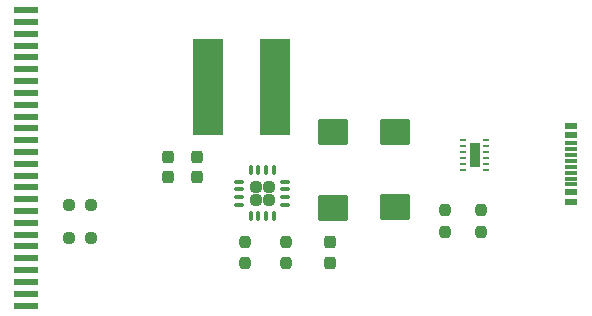
<source format=gbr>
%TF.GenerationSoftware,KiCad,Pcbnew,6.0.11+dfsg-1*%
%TF.CreationDate,2024-02-24T16:55:34-05:00*%
%TF.ProjectId,usb-c-expresscard,7573622d-632d-4657-9870-726573736361,rev?*%
%TF.SameCoordinates,Original*%
%TF.FileFunction,Paste,Top*%
%TF.FilePolarity,Positive*%
%FSLAX46Y46*%
G04 Gerber Fmt 4.6, Leading zero omitted, Abs format (unit mm)*
G04 Created by KiCad (PCBNEW 6.0.11+dfsg-1) date 2024-02-24 16:55:34*
%MOMM*%
%LPD*%
G01*
G04 APERTURE LIST*
G04 Aperture macros list*
%AMRoundRect*
0 Rectangle with rounded corners*
0 $1 Rounding radius*
0 $2 $3 $4 $5 $6 $7 $8 $9 X,Y pos of 4 corners*
0 Add a 4 corners polygon primitive as box body*
4,1,4,$2,$3,$4,$5,$6,$7,$8,$9,$2,$3,0*
0 Add four circle primitives for the rounded corners*
1,1,$1+$1,$2,$3*
1,1,$1+$1,$4,$5*
1,1,$1+$1,$6,$7*
1,1,$1+$1,$8,$9*
0 Add four rect primitives between the rounded corners*
20,1,$1+$1,$2,$3,$4,$5,0*
20,1,$1+$1,$4,$5,$6,$7,0*
20,1,$1+$1,$6,$7,$8,$9,0*
20,1,$1+$1,$8,$9,$2,$3,0*%
%AMFreePoly0*
4,1,5,1.000760,-0.247650,-1.000760,-0.247650,-1.000760,0.250190,1.000760,0.250190,1.000760,-0.247650,1.000760,-0.247650,$1*%
%AMFreePoly1*
4,1,5,1.000760,-0.248412,-1.000760,-0.248412,-1.000760,0.249428,1.000760,0.249428,1.000760,-0.248412,1.000760,-0.248412,$1*%
%AMFreePoly2*
4,1,5,1.000760,-0.249174,-1.000760,-0.249174,-1.000760,0.248666,1.000760,0.248666,1.000760,-0.249174,1.000760,-0.249174,$1*%
%AMFreePoly3*
4,1,5,1.000760,-0.249936,-1.000760,-0.249936,-1.000760,0.247904,1.000760,0.247904,1.000760,-0.249936,1.000760,-0.249936,$1*%
%AMFreePoly4*
4,1,5,1.000760,-0.248158,-1.000760,-0.248158,-1.000760,0.249682,1.000760,0.249682,1.000760,-0.248158,1.000760,-0.248158,$1*%
%AMFreePoly5*
4,1,5,1.000760,-0.248920,-1.000760,-0.248920,-1.000760,0.248920,1.000760,0.248920,1.000760,-0.248920,1.000760,-0.248920,$1*%
%AMFreePoly6*
4,1,5,1.000760,-0.249682,-1.000760,-0.249682,-1.000760,0.248158,1.000760,0.248158,1.000760,-0.249682,1.000760,-0.249682,$1*%
%AMFreePoly7*
4,1,5,1.000760,-0.247904,-1.000760,-0.247904,-1.000760,0.249936,1.000760,0.249936,1.000760,-0.247904,1.000760,-0.247904,$1*%
%AMFreePoly8*
4,1,5,1.000760,-0.248666,-1.000760,-0.248666,-1.000760,0.249174,1.000760,0.249174,1.000760,-0.248666,1.000760,-0.248666,$1*%
%AMFreePoly9*
4,1,5,1.000760,-0.249428,-1.000760,-0.249428,-1.000760,0.248412,1.000760,0.248412,1.000760,-0.249428,1.000760,-0.249428,$1*%
G04 Aperture macros list end*
%ADD10FreePoly0,180.000000*%
%ADD11FreePoly1,180.000000*%
%ADD12FreePoly2,180.000000*%
%ADD13FreePoly3,180.000000*%
%ADD14FreePoly4,180.000000*%
%ADD15FreePoly5,180.000000*%
%ADD16FreePoly6,180.000000*%
%ADD17FreePoly7,180.000000*%
%ADD18FreePoly8,180.000000*%
%ADD19FreePoly9,180.000000*%
%ADD20RoundRect,0.237500X-0.237500X0.300000X-0.237500X-0.300000X0.237500X-0.300000X0.237500X0.300000X0*%
%ADD21RoundRect,0.237500X0.250000X0.237500X-0.250000X0.237500X-0.250000X-0.237500X0.250000X-0.237500X0*%
%ADD22RoundRect,0.237500X-0.237500X0.250000X-0.237500X-0.250000X0.237500X-0.250000X0.237500X0.250000X0*%
%ADD23RoundRect,0.237500X0.237500X-0.300000X0.237500X0.300000X-0.237500X0.300000X-0.237500X-0.300000X0*%
%ADD24R,0.500126X0.279908*%
%ADD25R,0.900000X2.000000*%
%ADD26R,1.100000X0.600000*%
%ADD27R,1.100000X0.300000*%
%ADD28R,2.600000X8.200000*%
%ADD29RoundRect,0.250000X1.025000X-0.875000X1.025000X0.875000X-1.025000X0.875000X-1.025000X-0.875000X0*%
%ADD30RoundRect,0.237500X0.237500X-0.250000X0.237500X0.250000X-0.237500X0.250000X-0.237500X-0.250000X0*%
%ADD31RoundRect,0.087500X0.087500X0.325000X-0.087500X0.325000X-0.087500X-0.325000X0.087500X-0.325000X0*%
%ADD32RoundRect,0.087500X0.325000X0.087500X-0.325000X0.087500X-0.325000X-0.087500X0.325000X-0.087500X0*%
%ADD33RoundRect,0.238649X0.238648X0.238648X-0.238648X0.238648X-0.238648X-0.238648X0.238648X-0.238648X0*%
G04 APERTURE END LIST*
D10*
%TO.C,J1*%
X142500000Y-81498780D03*
D11*
X142500000Y-82499540D03*
D12*
X142500000Y-83500300D03*
D13*
X142500000Y-84501060D03*
D14*
X142500000Y-85499280D03*
D15*
X142500000Y-86500040D03*
D16*
X142500000Y-87500800D03*
D17*
X142500000Y-88499020D03*
D18*
X142500000Y-89499780D03*
D19*
X142500000Y-90500540D03*
D10*
X142500000Y-91498760D03*
D11*
X142500000Y-92499520D03*
D12*
X142500000Y-93500280D03*
D13*
X142500000Y-94501040D03*
D14*
X142500000Y-95499260D03*
D15*
X142500000Y-96500020D03*
D16*
X142500000Y-97500780D03*
D17*
X142500000Y-98499000D03*
D18*
X142500000Y-99499760D03*
D19*
X142500000Y-100500520D03*
D10*
X142500000Y-101498740D03*
D11*
X142500000Y-102499500D03*
D12*
X142500000Y-103500260D03*
D13*
X142500000Y-104501020D03*
D14*
X142500000Y-105499240D03*
D15*
X142500000Y-106500000D03*
%TD*%
D20*
%TO.C,C3*%
X168250000Y-101137500D03*
X168250000Y-102862500D03*
%TD*%
D21*
%TO.C,R2*%
X148000000Y-100750000D03*
X146175000Y-100750000D03*
%TD*%
D22*
%TO.C,R5*%
X178000000Y-98425000D03*
X178000000Y-100250000D03*
%TD*%
D23*
%TO.C,C1*%
X154500000Y-95612500D03*
X154500000Y-93887500D03*
%TD*%
D24*
%TO.C,U2*%
X179541277Y-92500000D03*
X179541277Y-92999999D03*
X179541277Y-93500000D03*
X179541277Y-94000000D03*
X179541277Y-94500001D03*
X179541277Y-95000000D03*
X181458723Y-95000000D03*
X181458723Y-94500001D03*
X181458723Y-94000000D03*
X181458723Y-93500000D03*
X181458723Y-92999999D03*
X181458723Y-92500000D03*
D25*
X180500000Y-93750000D03*
%TD*%
D26*
%TO.C,J2*%
X188667500Y-97700000D03*
X188667500Y-96900000D03*
D27*
X188667500Y-95750000D03*
X188667500Y-94750000D03*
X188667500Y-94250000D03*
X188667500Y-93250000D03*
D26*
X188667500Y-91300000D03*
X188667500Y-92100000D03*
D27*
X188667500Y-92750000D03*
X188667500Y-93750000D03*
X188667500Y-95250000D03*
X188667500Y-96250000D03*
%TD*%
D23*
%TO.C,C2*%
X157000000Y-95612500D03*
X157000000Y-93887500D03*
%TD*%
D21*
%TO.C,R1*%
X148000000Y-98000000D03*
X146175000Y-98000000D03*
%TD*%
D22*
%TO.C,R6*%
X181000000Y-98425000D03*
X181000000Y-100250000D03*
%TD*%
D28*
%TO.C,L1*%
X163550000Y-88000000D03*
X157950000Y-88000000D03*
%TD*%
D29*
%TO.C,C5*%
X173750000Y-98200000D03*
X173750000Y-91800000D03*
%TD*%
%TO.C,C4*%
X168500000Y-98250000D03*
X168500000Y-91850000D03*
%TD*%
D30*
%TO.C,R4*%
X161065000Y-102912500D03*
X161065000Y-101087500D03*
%TD*%
D22*
%TO.C,R3*%
X164500000Y-101087500D03*
X164500000Y-102912500D03*
%TD*%
D31*
%TO.C,U1*%
X163475000Y-98962500D03*
X162825000Y-98962500D03*
X162175000Y-98962500D03*
X161525000Y-98962500D03*
D32*
X160537500Y-97975000D03*
X160537500Y-97325000D03*
X160537500Y-96675000D03*
X160537500Y-96025000D03*
D31*
X161525000Y-95037500D03*
X162175000Y-95037500D03*
X162825000Y-95037500D03*
X163475000Y-95037500D03*
D32*
X164462500Y-96025000D03*
X164462500Y-96675000D03*
X164462500Y-97325000D03*
X164462500Y-97975000D03*
D33*
X161950000Y-97550000D03*
X161950000Y-96450000D03*
X163050000Y-96450000D03*
X163050000Y-97550000D03*
%TD*%
M02*

</source>
